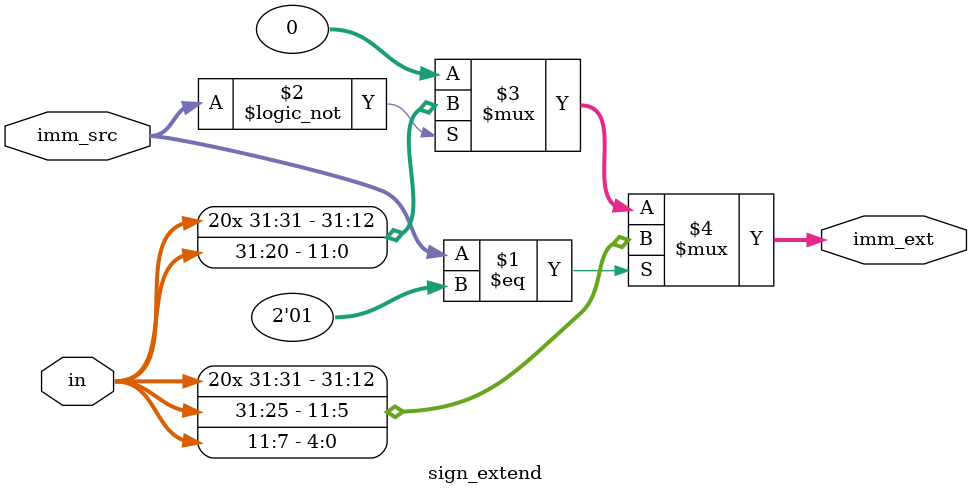
<source format=v>
`timescale 1ns / 1ps


module sign_extend(in,imm_src,imm_ext);

input [31:0]in;
input [1:0] imm_src;
output[31:0] imm_ext;


assign imm_ext=(imm_src==2'b01)?{{20{in[31]}},in[31:25],in[11:7]}:
               (imm_src==2'b00)? {{20{in[31]}},in[31:20]}:32'h00000000;


endmodule

</source>
